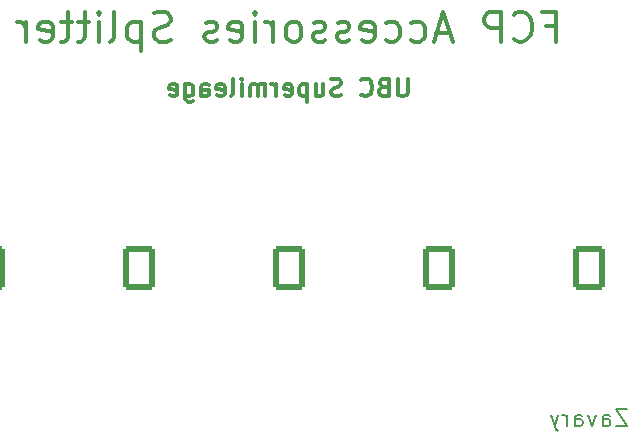
<source format=gbo>
%TF.GenerationSoftware,KiCad,Pcbnew,(6.0.8)*%
%TF.CreationDate,2023-04-02T10:00:46-07:00*%
%TF.ProjectId,FCP_steering_splitter,4643505f-7374-4656-9572-696e675f7370,rev?*%
%TF.SameCoordinates,Original*%
%TF.FileFunction,Legend,Bot*%
%TF.FilePolarity,Positive*%
%FSLAX46Y46*%
G04 Gerber Fmt 4.6, Leading zero omitted, Abs format (unit mm)*
G04 Created by KiCad (PCBNEW (6.0.8)) date 2023-04-02 10:00:46*
%MOMM*%
%LPD*%
G01*
G04 APERTURE LIST*
G04 Aperture macros list*
%AMRoundRect*
0 Rectangle with rounded corners*
0 $1 Rounding radius*
0 $2 $3 $4 $5 $6 $7 $8 $9 X,Y pos of 4 corners*
0 Add a 4 corners polygon primitive as box body*
4,1,4,$2,$3,$4,$5,$6,$7,$8,$9,$2,$3,0*
0 Add four circle primitives for the rounded corners*
1,1,$1+$1,$2,$3*
1,1,$1+$1,$4,$5*
1,1,$1+$1,$6,$7*
1,1,$1+$1,$8,$9*
0 Add four rect primitives between the rounded corners*
20,1,$1+$1,$2,$3,$4,$5,0*
20,1,$1+$1,$4,$5,$6,$7,0*
20,1,$1+$1,$6,$7,$8,$9,0*
20,1,$1+$1,$8,$9,$2,$3,0*%
G04 Aperture macros list end*
%ADD10C,0.300000*%
%ADD11C,0.350000*%
%ADD12C,0.200000*%
%ADD13C,3.000000*%
%ADD14RoundRect,0.250001X1.099999X1.599999X-1.099999X1.599999X-1.099999X-1.599999X1.099999X-1.599999X0*%
%ADD15O,2.700000X3.700000*%
%ADD16C,3.250000*%
%ADD17R,1.500000X1.500000*%
%ADD18C,1.500000*%
%ADD19C,2.300000*%
G04 APERTURE END LIST*
D10*
X159931428Y-60138571D02*
X159931428Y-61352857D01*
X159860000Y-61495714D01*
X159788571Y-61567142D01*
X159645714Y-61638571D01*
X159360000Y-61638571D01*
X159217142Y-61567142D01*
X159145714Y-61495714D01*
X159074285Y-61352857D01*
X159074285Y-60138571D01*
X157860000Y-60852857D02*
X157645714Y-60924285D01*
X157574285Y-60995714D01*
X157502857Y-61138571D01*
X157502857Y-61352857D01*
X157574285Y-61495714D01*
X157645714Y-61567142D01*
X157788571Y-61638571D01*
X158360000Y-61638571D01*
X158360000Y-60138571D01*
X157860000Y-60138571D01*
X157717142Y-60210000D01*
X157645714Y-60281428D01*
X157574285Y-60424285D01*
X157574285Y-60567142D01*
X157645714Y-60710000D01*
X157717142Y-60781428D01*
X157860000Y-60852857D01*
X158360000Y-60852857D01*
X156002857Y-61495714D02*
X156074285Y-61567142D01*
X156288571Y-61638571D01*
X156431428Y-61638571D01*
X156645714Y-61567142D01*
X156788571Y-61424285D01*
X156860000Y-61281428D01*
X156931428Y-60995714D01*
X156931428Y-60781428D01*
X156860000Y-60495714D01*
X156788571Y-60352857D01*
X156645714Y-60210000D01*
X156431428Y-60138571D01*
X156288571Y-60138571D01*
X156074285Y-60210000D01*
X156002857Y-60281428D01*
X154288571Y-61567142D02*
X154074285Y-61638571D01*
X153717142Y-61638571D01*
X153574285Y-61567142D01*
X153502857Y-61495714D01*
X153431428Y-61352857D01*
X153431428Y-61210000D01*
X153502857Y-61067142D01*
X153574285Y-60995714D01*
X153717142Y-60924285D01*
X154002857Y-60852857D01*
X154145714Y-60781428D01*
X154217142Y-60710000D01*
X154288571Y-60567142D01*
X154288571Y-60424285D01*
X154217142Y-60281428D01*
X154145714Y-60210000D01*
X154002857Y-60138571D01*
X153645714Y-60138571D01*
X153431428Y-60210000D01*
X152145714Y-60638571D02*
X152145714Y-61638571D01*
X152788571Y-60638571D02*
X152788571Y-61424285D01*
X152717142Y-61567142D01*
X152574285Y-61638571D01*
X152360000Y-61638571D01*
X152217142Y-61567142D01*
X152145714Y-61495714D01*
X151431428Y-60638571D02*
X151431428Y-62138571D01*
X151431428Y-60710000D02*
X151288571Y-60638571D01*
X151002857Y-60638571D01*
X150860000Y-60710000D01*
X150788571Y-60781428D01*
X150717142Y-60924285D01*
X150717142Y-61352857D01*
X150788571Y-61495714D01*
X150860000Y-61567142D01*
X151002857Y-61638571D01*
X151288571Y-61638571D01*
X151431428Y-61567142D01*
X149502857Y-61567142D02*
X149645714Y-61638571D01*
X149931428Y-61638571D01*
X150074285Y-61567142D01*
X150145714Y-61424285D01*
X150145714Y-60852857D01*
X150074285Y-60710000D01*
X149931428Y-60638571D01*
X149645714Y-60638571D01*
X149502857Y-60710000D01*
X149431428Y-60852857D01*
X149431428Y-60995714D01*
X150145714Y-61138571D01*
X148788571Y-61638571D02*
X148788571Y-60638571D01*
X148788571Y-60924285D02*
X148717142Y-60781428D01*
X148645714Y-60710000D01*
X148502857Y-60638571D01*
X148360000Y-60638571D01*
X147860000Y-61638571D02*
X147860000Y-60638571D01*
X147860000Y-60781428D02*
X147788571Y-60710000D01*
X147645714Y-60638571D01*
X147431428Y-60638571D01*
X147288571Y-60710000D01*
X147217142Y-60852857D01*
X147217142Y-61638571D01*
X147217142Y-60852857D02*
X147145714Y-60710000D01*
X147002857Y-60638571D01*
X146788571Y-60638571D01*
X146645714Y-60710000D01*
X146574285Y-60852857D01*
X146574285Y-61638571D01*
X145860000Y-61638571D02*
X145860000Y-60638571D01*
X145860000Y-60138571D02*
X145931428Y-60210000D01*
X145860000Y-60281428D01*
X145788571Y-60210000D01*
X145860000Y-60138571D01*
X145860000Y-60281428D01*
X144931428Y-61638571D02*
X145074285Y-61567142D01*
X145145714Y-61424285D01*
X145145714Y-60138571D01*
X143788571Y-61567142D02*
X143931428Y-61638571D01*
X144217142Y-61638571D01*
X144360000Y-61567142D01*
X144431428Y-61424285D01*
X144431428Y-60852857D01*
X144360000Y-60710000D01*
X144217142Y-60638571D01*
X143931428Y-60638571D01*
X143788571Y-60710000D01*
X143717142Y-60852857D01*
X143717142Y-60995714D01*
X144431428Y-61138571D01*
X142431428Y-61638571D02*
X142431428Y-60852857D01*
X142502857Y-60710000D01*
X142645714Y-60638571D01*
X142931428Y-60638571D01*
X143074285Y-60710000D01*
X142431428Y-61567142D02*
X142574285Y-61638571D01*
X142931428Y-61638571D01*
X143074285Y-61567142D01*
X143145714Y-61424285D01*
X143145714Y-61281428D01*
X143074285Y-61138571D01*
X142931428Y-61067142D01*
X142574285Y-61067142D01*
X142431428Y-60995714D01*
X141074285Y-60638571D02*
X141074285Y-61852857D01*
X141145714Y-61995714D01*
X141217142Y-62067142D01*
X141360000Y-62138571D01*
X141574285Y-62138571D01*
X141717142Y-62067142D01*
X141074285Y-61567142D02*
X141217142Y-61638571D01*
X141502857Y-61638571D01*
X141645714Y-61567142D01*
X141717142Y-61495714D01*
X141788571Y-61352857D01*
X141788571Y-60924285D01*
X141717142Y-60781428D01*
X141645714Y-60710000D01*
X141502857Y-60638571D01*
X141217142Y-60638571D01*
X141074285Y-60710000D01*
X139788571Y-61567142D02*
X139931428Y-61638571D01*
X140217142Y-61638571D01*
X140360000Y-61567142D01*
X140431428Y-61424285D01*
X140431428Y-60852857D01*
X140360000Y-60710000D01*
X140217142Y-60638571D01*
X139931428Y-60638571D01*
X139788571Y-60710000D01*
X139717142Y-60852857D01*
X139717142Y-60995714D01*
X140431428Y-61138571D01*
D11*
X171645714Y-55701428D02*
X172479047Y-55701428D01*
X172479047Y-57010952D02*
X172479047Y-54510952D01*
X171288571Y-54510952D01*
X168907619Y-56772857D02*
X169026666Y-56891904D01*
X169383809Y-57010952D01*
X169621904Y-57010952D01*
X169979047Y-56891904D01*
X170217142Y-56653809D01*
X170336190Y-56415714D01*
X170455238Y-55939523D01*
X170455238Y-55582380D01*
X170336190Y-55106190D01*
X170217142Y-54868095D01*
X169979047Y-54630000D01*
X169621904Y-54510952D01*
X169383809Y-54510952D01*
X169026666Y-54630000D01*
X168907619Y-54749047D01*
X167836190Y-57010952D02*
X167836190Y-54510952D01*
X166883809Y-54510952D01*
X166645714Y-54630000D01*
X166526666Y-54749047D01*
X166407619Y-54987142D01*
X166407619Y-55344285D01*
X166526666Y-55582380D01*
X166645714Y-55701428D01*
X166883809Y-55820476D01*
X167836190Y-55820476D01*
X163550476Y-56296666D02*
X162360000Y-56296666D01*
X163788571Y-57010952D02*
X162955238Y-54510952D01*
X162121904Y-57010952D01*
X160217142Y-56891904D02*
X160455238Y-57010952D01*
X160931428Y-57010952D01*
X161169523Y-56891904D01*
X161288571Y-56772857D01*
X161407619Y-56534761D01*
X161407619Y-55820476D01*
X161288571Y-55582380D01*
X161169523Y-55463333D01*
X160931428Y-55344285D01*
X160455238Y-55344285D01*
X160217142Y-55463333D01*
X158074285Y-56891904D02*
X158312380Y-57010952D01*
X158788571Y-57010952D01*
X159026666Y-56891904D01*
X159145714Y-56772857D01*
X159264761Y-56534761D01*
X159264761Y-55820476D01*
X159145714Y-55582380D01*
X159026666Y-55463333D01*
X158788571Y-55344285D01*
X158312380Y-55344285D01*
X158074285Y-55463333D01*
X156050476Y-56891904D02*
X156288571Y-57010952D01*
X156764761Y-57010952D01*
X157002857Y-56891904D01*
X157121904Y-56653809D01*
X157121904Y-55701428D01*
X157002857Y-55463333D01*
X156764761Y-55344285D01*
X156288571Y-55344285D01*
X156050476Y-55463333D01*
X155931428Y-55701428D01*
X155931428Y-55939523D01*
X157121904Y-56177619D01*
X154979047Y-56891904D02*
X154740952Y-57010952D01*
X154264761Y-57010952D01*
X154026666Y-56891904D01*
X153907619Y-56653809D01*
X153907619Y-56534761D01*
X154026666Y-56296666D01*
X154264761Y-56177619D01*
X154621904Y-56177619D01*
X154860000Y-56058571D01*
X154979047Y-55820476D01*
X154979047Y-55701428D01*
X154860000Y-55463333D01*
X154621904Y-55344285D01*
X154264761Y-55344285D01*
X154026666Y-55463333D01*
X152955238Y-56891904D02*
X152717142Y-57010952D01*
X152240952Y-57010952D01*
X152002857Y-56891904D01*
X151883809Y-56653809D01*
X151883809Y-56534761D01*
X152002857Y-56296666D01*
X152240952Y-56177619D01*
X152598095Y-56177619D01*
X152836190Y-56058571D01*
X152955238Y-55820476D01*
X152955238Y-55701428D01*
X152836190Y-55463333D01*
X152598095Y-55344285D01*
X152240952Y-55344285D01*
X152002857Y-55463333D01*
X150455238Y-57010952D02*
X150693333Y-56891904D01*
X150812380Y-56772857D01*
X150931428Y-56534761D01*
X150931428Y-55820476D01*
X150812380Y-55582380D01*
X150693333Y-55463333D01*
X150455238Y-55344285D01*
X150098095Y-55344285D01*
X149860000Y-55463333D01*
X149740952Y-55582380D01*
X149621904Y-55820476D01*
X149621904Y-56534761D01*
X149740952Y-56772857D01*
X149860000Y-56891904D01*
X150098095Y-57010952D01*
X150455238Y-57010952D01*
X148550476Y-57010952D02*
X148550476Y-55344285D01*
X148550476Y-55820476D02*
X148431428Y-55582380D01*
X148312380Y-55463333D01*
X148074285Y-55344285D01*
X147836190Y-55344285D01*
X147002857Y-57010952D02*
X147002857Y-55344285D01*
X147002857Y-54510952D02*
X147121904Y-54630000D01*
X147002857Y-54749047D01*
X146883809Y-54630000D01*
X147002857Y-54510952D01*
X147002857Y-54749047D01*
X144860000Y-56891904D02*
X145098095Y-57010952D01*
X145574285Y-57010952D01*
X145812380Y-56891904D01*
X145931428Y-56653809D01*
X145931428Y-55701428D01*
X145812380Y-55463333D01*
X145574285Y-55344285D01*
X145098095Y-55344285D01*
X144860000Y-55463333D01*
X144740952Y-55701428D01*
X144740952Y-55939523D01*
X145931428Y-56177619D01*
X143788571Y-56891904D02*
X143550476Y-57010952D01*
X143074285Y-57010952D01*
X142836190Y-56891904D01*
X142717142Y-56653809D01*
X142717142Y-56534761D01*
X142836190Y-56296666D01*
X143074285Y-56177619D01*
X143431428Y-56177619D01*
X143669523Y-56058571D01*
X143788571Y-55820476D01*
X143788571Y-55701428D01*
X143669523Y-55463333D01*
X143431428Y-55344285D01*
X143074285Y-55344285D01*
X142836190Y-55463333D01*
X139860000Y-56891904D02*
X139502857Y-57010952D01*
X138907619Y-57010952D01*
X138669523Y-56891904D01*
X138550476Y-56772857D01*
X138431428Y-56534761D01*
X138431428Y-56296666D01*
X138550476Y-56058571D01*
X138669523Y-55939523D01*
X138907619Y-55820476D01*
X139383809Y-55701428D01*
X139621904Y-55582380D01*
X139740952Y-55463333D01*
X139860000Y-55225238D01*
X139860000Y-54987142D01*
X139740952Y-54749047D01*
X139621904Y-54630000D01*
X139383809Y-54510952D01*
X138788571Y-54510952D01*
X138431428Y-54630000D01*
X137360000Y-55344285D02*
X137360000Y-57844285D01*
X137360000Y-55463333D02*
X137121904Y-55344285D01*
X136645714Y-55344285D01*
X136407619Y-55463333D01*
X136288571Y-55582380D01*
X136169523Y-55820476D01*
X136169523Y-56534761D01*
X136288571Y-56772857D01*
X136407619Y-56891904D01*
X136645714Y-57010952D01*
X137121904Y-57010952D01*
X137360000Y-56891904D01*
X134740952Y-57010952D02*
X134979047Y-56891904D01*
X135098095Y-56653809D01*
X135098095Y-54510952D01*
X133788571Y-57010952D02*
X133788571Y-55344285D01*
X133788571Y-54510952D02*
X133907619Y-54630000D01*
X133788571Y-54749047D01*
X133669523Y-54630000D01*
X133788571Y-54510952D01*
X133788571Y-54749047D01*
X132955238Y-55344285D02*
X132002857Y-55344285D01*
X132598095Y-54510952D02*
X132598095Y-56653809D01*
X132479047Y-56891904D01*
X132240952Y-57010952D01*
X132002857Y-57010952D01*
X131526666Y-55344285D02*
X130574285Y-55344285D01*
X131169523Y-54510952D02*
X131169523Y-56653809D01*
X131050476Y-56891904D01*
X130812380Y-57010952D01*
X130574285Y-57010952D01*
X128788571Y-56891904D02*
X129026666Y-57010952D01*
X129502857Y-57010952D01*
X129740952Y-56891904D01*
X129860000Y-56653809D01*
X129860000Y-55701428D01*
X129740952Y-55463333D01*
X129502857Y-55344285D01*
X129026666Y-55344285D01*
X128788571Y-55463333D01*
X128669523Y-55701428D01*
X128669523Y-55939523D01*
X129860000Y-56177619D01*
X127598095Y-57010952D02*
X127598095Y-55344285D01*
X127598095Y-55820476D02*
X127479047Y-55582380D01*
X127360000Y-55463333D01*
X127121904Y-55344285D01*
X126883809Y-55344285D01*
D12*
X178493333Y-88133333D02*
X177560000Y-88133333D01*
X178493333Y-89533333D01*
X177560000Y-89533333D01*
X176426666Y-89533333D02*
X176426666Y-88800000D01*
X176493333Y-88666666D01*
X176626666Y-88600000D01*
X176893333Y-88600000D01*
X177026666Y-88666666D01*
X176426666Y-89466666D02*
X176560000Y-89533333D01*
X176893333Y-89533333D01*
X177026666Y-89466666D01*
X177093333Y-89333333D01*
X177093333Y-89200000D01*
X177026666Y-89066666D01*
X176893333Y-89000000D01*
X176560000Y-89000000D01*
X176426666Y-88933333D01*
X175893333Y-88600000D02*
X175560000Y-89533333D01*
X175226666Y-88600000D01*
X174093333Y-89533333D02*
X174093333Y-88800000D01*
X174160000Y-88666666D01*
X174293333Y-88600000D01*
X174560000Y-88600000D01*
X174693333Y-88666666D01*
X174093333Y-89466666D02*
X174226666Y-89533333D01*
X174560000Y-89533333D01*
X174693333Y-89466666D01*
X174760000Y-89333333D01*
X174760000Y-89200000D01*
X174693333Y-89066666D01*
X174560000Y-89000000D01*
X174226666Y-89000000D01*
X174093333Y-88933333D01*
X173426666Y-89533333D02*
X173426666Y-88600000D01*
X173426666Y-88866666D02*
X173360000Y-88733333D01*
X173293333Y-88666666D01*
X173160000Y-88600000D01*
X173026666Y-88600000D01*
X172693333Y-88600000D02*
X172360000Y-89533333D01*
X172026666Y-88600000D02*
X172360000Y-89533333D01*
X172493333Y-89866666D01*
X172560000Y-89933333D01*
X172693333Y-90000000D01*
%LPC*%
D13*
%TO.C,J5*%
X162560000Y-83500000D03*
D14*
X162560000Y-76200000D03*
D15*
X162560000Y-70700000D03*
%TD*%
D13*
%TO.C,J2*%
X124460000Y-83500000D03*
D14*
X124460000Y-76200000D03*
D15*
X124460000Y-70700000D03*
%TD*%
D16*
%TO.C,J1*%
X157230000Y-38100000D03*
X144530000Y-38100000D03*
D17*
X147320000Y-40640000D03*
D18*
X148336000Y-42420000D03*
X149352000Y-40640000D03*
X150368000Y-42420000D03*
X151384000Y-40640000D03*
X152400000Y-42420000D03*
X153416000Y-40640000D03*
X154432000Y-42420000D03*
D19*
X142750000Y-41530000D03*
X159010000Y-41530000D03*
%TD*%
D13*
%TO.C,J3*%
X137160000Y-83500000D03*
D14*
X137160000Y-76200000D03*
D15*
X137160000Y-70700000D03*
%TD*%
D13*
%TO.C,J6*%
X175260000Y-83500000D03*
D14*
X175260000Y-76200000D03*
D15*
X175260000Y-70700000D03*
%TD*%
D13*
%TO.C,J4*%
X149860000Y-83500000D03*
D14*
X149860000Y-76200000D03*
D15*
X149860000Y-70700000D03*
%TD*%
M02*

</source>
